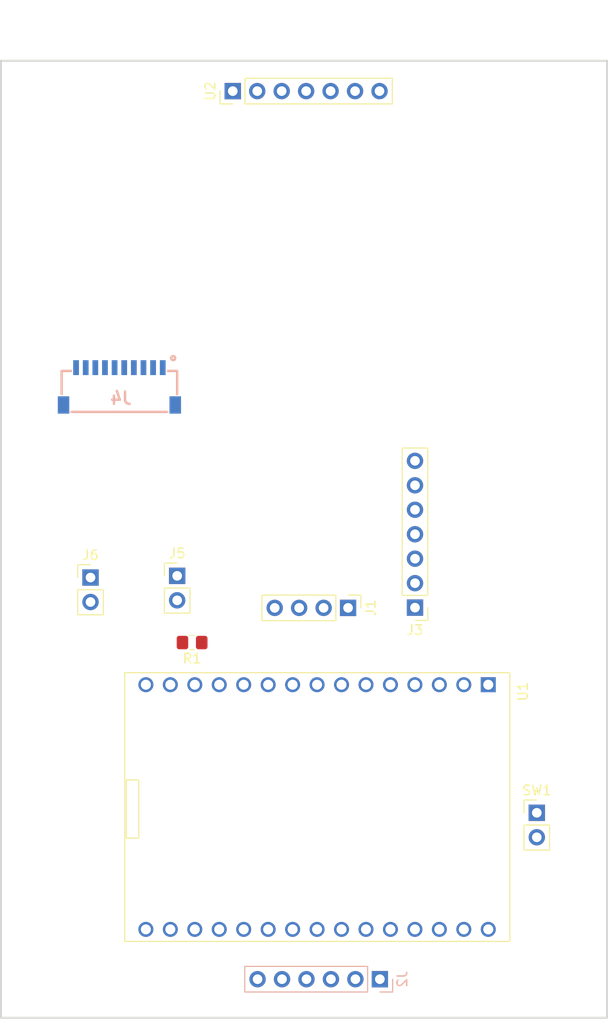
<source format=kicad_pcb>
(kicad_pcb (version 20211014) (generator pcbnew)
  (layers (0 "F.Cu" signal) (31 "B.Cu" signal) (34 "B.Paste" user) (35 "F.Paste" user) (36 "B.SilkS" user "B.Silkscreen") (37 "F.SilkS" user "F.Silkscreen") (38 "B.Mask" user) (39 "F.Mask" user) (44 "Edge.Cuts" user))
  (net 0 "")
  (net 1 "/SCL")
  (net 2 "/SDA")
  (net 3 "GND")
  (net 4 "+3V3")
  (net 5 "/WS")
  (net 6 "/SCK")
  (net 7 "/SD")
  (net 8 "/RO")
  (net 9 "/IRD")
  (net 10 "/INT")
  (net 12 "/5V")
  (net 13 "/DT")
  (net 14 "/3.3V")
  (net 15 "/VLV")
  (net 16 "/PMP")
  (net 18 "Net-(J5-Pad2)")
  (net 19 "/PUSH BUTTON")
  (net 20 "/LED")
  (net 21 "+BATT")
  (net 31 "/DI")
  (net 34 "/DO")
  (net 35 "/RES")
  (net 36 "/DC")
  (net 37 "/CS")
  (footprint "Connector_PinHeader_2.54mm:PinHeader_1x07_P2.54mm_Vertical" (layer "F.Cu") (at 95.875 52.65 90)
    (fp_text reference "U2" (at 0 -2.33 90) (layer "F.SilkS"))
    (fp_text value "SSD1306_OLED_SPI_7PIN")
    (fp_line (start -1.33 1.27) (end -1.33 16.57) (layer "F.SilkS") (width 0.12))
    (fp_line (start -1.33 0) (end -1.33 -1.33) (layer "F.SilkS") (width 0.12))
    (fp_line (start -1.33 1.27) (end 1.33 1.27) (layer "F.SilkS") (width 0.12))
    (fp_line (start 1.33 1.27) (end 1.33 16.57) (layer "F.SilkS") (width 0.12))
    (fp_line (start -1.33 -1.33) (end 0 -1.33) (layer "F.SilkS") (width 0.12))
    (fp_line (start -1.33 16.57) (end 1.33 16.57) (layer "F.SilkS") (width 0.12))
    (pad "1" thru_hole rect (at 0 0 90) (size 1.7 1.7) (drill 1) (layers *.Cu *.Mask) (net 3 "GND"))
    (pad "2" thru_hole oval (at 0 2.54 90) (size 1.7 1.7) (drill 1) (layers *.Cu *.Mask) (net 4 "+3V3"))
    (pad "3" thru_hole oval (at 0 5.08 90) (size 1.7 1.7) (drill 1) (layers *.Cu *.Mask) (net 34 "/DO"))
    (pad "4" thru_hole oval (at 0 7.62 90) (size 1.7 1.7) (drill 1) (layers *.Cu *.Mask) (net 31 "/DI"))
    (pad "5" thru_hole oval (at 0 10.16 90) (size 1.7 1.7) (drill 1) (layers *.Cu *.Mask) (net 35 "/RES"))
    (pad "6" thru_hole oval (at 0 12.7 90) (size 1.7 1.7) (drill 1) (layers *.Cu *.Mask) (net 36 "/DC"))
    (pad "7" thru_hole oval (at 0 15.24 90) (size 1.7 1.7) (drill 1) (layers *.Cu *.Mask) (net 37 "/CS"))
  )
  (footprint "Libraries:MODULE_ESP32-DEVKITC-32D" (layer "F.Cu") (at 102.65 126.9775 -90)
    (fp_text reference "U1" (at -11.9888 -23.3426 -90) (layer "F.SilkS") (effects (font (size 1.000386 1.000386))))
    (fp_text value "ESP32-DEVKITC-32D")
    (fp_line (start 13.95 -22) (end 13.95 18) (layer "F.SilkS") (width 0.127))
    (fp_line (start 13.95 18) (end -13.95 18) (layer "F.SilkS") (width 0.127))
    (fp_line (start -13.95 -22) (end 13.95 -22) (layer "F.SilkS") (width 0.127))
    (fp_line (start -13.95 18) (end -13.95 -22) (layer "F.SilkS") (width 0.127))
    (fp_rect (start -2.8194 17.8308) (end 3.2258 16.5354) (layer "F.SilkS") (width 0.12) (fill none))
    (pad "1" thru_hole rect (at -12.7 -19.76 270) (size 1.56 1.56) (drill 1.04) (layers *.Cu *.Mask))
    (pad "2" thru_hole circle (at -12.7 -17.22 270) (size 1.56 1.56) (drill 1.04) (layers *.Cu *.Mask))
    (pad "3" thru_hole circle (at -12.7 -14.68 270) (size 1.56 1.56) (drill 1.04) (layers *.Cu *.Mask))
    (pad "4" thru_hole circle (at -12.7 -12.14 270) (size 1.56 1.56) (drill 1.04) (layers *.Cu *.Mask) (net 7 "/SD"))
    (pad "5" thru_hole circle (at -12.7 -9.6 270) (size 1.56 1.56) (drill 1.04) (layers *.Cu *.Mask))
    (pad "6" thru_hole circle (at -12.7 -7.06 270) (size 1.56 1.56) (drill 1.04) (layers *.Cu *.Mask))
    (pad "7" thru_hole circle (at -12.7 -4.52 270) (size 1.56 1.56) (drill 1.04) (layers *.Cu *.Mask))
    (pad "8" thru_hole circle (at -12.7 -1.98 270) (size 1.56 1.56) (drill 1.04) (layers *.Cu *.Mask) (net 5 "/WS"))
    (pad "9" thru_hole circle (at -12.7 0.56 270) (size 1.56 1.56) (drill 1.04) (layers *.Cu *.Mask) (net 6 "/SCK"))
    (pad "10" thru_hole circle (at -12.7 3.1 270) (size 1.56 1.56) (drill 1.04) (layers *.Cu *.Mask))
    (pad "11" thru_hole circle (at -12.7 5.64 270) (size 1.56 1.56) (drill 1.04) (layers *.Cu *.Mask))
    (pad "12" thru_hole circle (at -12.7 8.18 270) (size 1.56 1.56) (drill 1.04) (layers *.Cu *.Mask) (net 13 "/DT"))
    (pad "13" thru_hole circle (at -12.7 10.72 270) (size 1.56 1.56) (drill 1.04) (layers *.Cu *.Mask) (net 6 "/SCK"))
    (pad "14" thru_hole circle (at -12.7 13.26 270) (size 1.56 1.56) (drill 1.04) (layers *.Cu *.Mask))
    (pad "15" thru_hole circle (at -12.7 15.8 270) (size 1.56 1.56) (drill 1.04) (layers *.Cu *.Mask) (net 12 "/5V"))
    (pad "16" thru_hole circle (at 12.7 -19.76 270) (size 1.56 1.56) (drill 1.04) (layers *.Cu *.Mask) (net 31 "/DI"))
    (pad "17" thru_hole circle (at 12.7 -17.22 270) (size 1.56 1.56) (drill 1.04) (layers *.Cu *.Mask) (net 1 "/SCL"))
    (pad "18" thru_hole circle (at 12.7 -14.68 270) (size 1.56 1.56) (drill 1.04) (layers *.Cu *.Mask))
    (pad "19" thru_hole circle (at 12.7 -12.14 270) (size 1.56 1.56) (drill 1.04) (layers *.Cu *.Mask))
    (pad "20" thru_hole circle (at 12.7 -9.6 270) (size 1.56 1.56) (drill 1.04) (layers *.Cu *.Mask) (net 2 "/SDA"))
    (pad "21" thru_hole circle (at 12.7 -7.06 270) (size 1.56 1.56) (drill 1.04) (layers *.Cu *.Mask) (net 19 "/PUSH BUTTON"))
    (pad "22" thru_hole circle (at 12.7 -4.52 270) (size 1.56 1.56) (drill 1.04) (layers *.Cu *.Mask) (net 34 "/DO"))
    (pad "23" thru_hole circle (at 12.7 -1.98 270) (size 1.56 1.56) (drill 1.04) (layers *.Cu *.Mask) (net 20 "/LED"))
    (pad "24" thru_hole circle (at 12.7 0.56 270) (size 1.56 1.56) (drill 1.04) (layers *.Cu *.Mask) (net 16 "/PMP"))
    (pad "25" thru_hole circle (at 12.7 3.1 270) (size 1.56 1.56) (drill 1.04) (layers *.Cu *.Mask) (net 15 "/VLV"))
    (pad "26" thru_hole circle (at 12.7 5.64 270) (size 1.56 1.56) (drill 1.04) (layers *.Cu *.Mask) (net 35 "/RES"))
    (pad "27" thru_hole circle (at 12.7 8.18 270) (size 1.56 1.56) (drill 1.04) (layers *.Cu *.Mask) (net 36 "/DC"))
    (pad "28" thru_hole circle (at 12.7 10.72 270) (size 1.56 1.56) (drill 1.04) (layers *.Cu *.Mask) (net 37 "/CS"))
    (pad "29" thru_hole circle (at 12.7 13.26 270) (size 1.56 1.56) (drill 1.04) (layers *.Cu *.Mask))
    (pad "30" thru_hole circle (at 12.7 15.8 270) (size 1.56 1.56) (drill 1.04) (layers *.Cu *.Mask))
  )
  (footprint "Connector_PinHeader_2.54mm:PinHeader_1x04_P2.54mm_Vertical" (layer "F.Cu") (at 107.85 106.3 -90)
    (fp_text reference "J1" (at 0 -2.33 90) (layer "F.SilkS"))
    (fp_text value "Conn_01x04")
    (fp_line (start -1.33 0) (end -1.33 -1.33) (layer "F.SilkS") (width 0.12))
    (fp_line (start -1.33 -1.33) (end 0 -1.33) (layer "F.SilkS") (width 0.12))
    (fp_line (start -1.33 1.27) (end 1.33 1.27) (layer "F.SilkS") (width 0.12))
    (fp_line (start -1.33 8.95) (end 1.33 8.95) (layer "F.SilkS") (width 0.12))
    (fp_line (start 1.33 1.27) (end 1.33 8.95) (layer "F.SilkS") (width 0.12))
    (fp_line (start -1.33 1.27) (end -1.33 8.95) (layer "F.SilkS") (width 0.12))
    (pad "1" thru_hole rect (at 0 0 270) (size 1.7 1.7) (drill 1) (layers *.Cu *.Mask) (net 1 "/SCL"))
    (pad "2" thru_hole oval (at 0 2.54 270) (size 1.7 1.7) (drill 1) (layers *.Cu *.Mask) (net 2 "/SDA"))
    (pad "3" thru_hole oval (at 0 5.08 270) (size 1.7 1.7) (drill 1) (layers *.Cu *.Mask) (net 3 "GND"))
    (pad "4" thru_hole oval (at 0 7.62 270) (size 1.7 1.7) (drill 1) (layers *.Cu *.Mask) (net 4 "+3V3"))
  )
  (footprint "Connector_PinHeader_2.54mm:PinHeader_1x07_P2.54mm_Vertical" (layer "F.Cu") (at 114.8 106.275 180)
    (fp_text reference "J3" (at 0 -2.33) (layer "F.SilkS"))
    (fp_text value "Conn_01x07")
    (fp_line (start -1.33 1.27) (end 1.33 1.27) (layer "F.SilkS") (width 0.12))
    (fp_line (start -1.33 1.27) (end -1.33 16.57) (layer "F.SilkS") (width 0.12))
    (fp_line (start -1.33 -1.33) (end 0 -1.33) (layer "F.SilkS") (width 0.12))
    (fp_line (start -1.33 0) (end -1.33 -1.33) (layer "F.SilkS") (width 0.12))
    (fp_line (start 1.33 1.27) (end 1.33 16.57) (layer "F.SilkS") (width 0.12))
    (fp_line (start -1.33 16.57) (end 1.33 16.57) (layer "F.SilkS") (width 0.12))
    (pad "1" thru_hole rect (at 0 0 180) (size 1.7 1.7) (drill 1) (layers *.Cu *.Mask) (net 3 "GND"))
    (pad "2" thru_hole oval (at 0 2.54 180) (size 1.7 1.7) (drill 1) (layers *.Cu *.Mask) (net 8 "/RO"))
    (pad "3" thru_hole oval (at 0 5.08 180) (size 1.7 1.7) (drill 1) (layers *.Cu *.Mask) (net 9 "/IRD"))
    (pad "4" thru_hole oval (at 0 7.62 180) (size 1.7 1.7) (drill 1) (layers *.Cu *.Mask) (net 10 "/INT"))
    (pad "5" thru_hole oval (at 0 10.16 180) (size 1.7 1.7) (drill 1) (layers *.Cu *.Mask) (net 2 "/SDA"))
    (pad "6" thru_hole oval (at 0 12.7 180) (size 1.7 1.7) (drill 1) (layers *.Cu *.Mask) (net 1 "/SCL"))
    (pad "7" thru_hole oval (at 0 15.24 180) (size 1.7 1.7) (drill 1) (layers *.Cu *.Mask) (net 4 "+3V3"))
  )
  (footprint "Connector_PinHeader_2.54mm:PinHeader_1x02_P2.54mm_Vertical" (layer "F.Cu") (at 81.1 103.15)
    (fp_text reference "J6" (at 0 -2.33) (layer "F.SilkS"))
    (fp_text value "Conn_01x02")
    (fp_line (start -1.33 0) (end -1.33 -1.33) (layer "F.SilkS") (width 0.12))
    (fp_line (start -1.33 -1.33) (end 0 -1.33) (layer "F.SilkS") (width 0.12))
    (fp_line (start -1.33 1.27) (end 1.33 1.27) (layer "F.SilkS") (width 0.12))
    (fp_line (start 1.33 1.27) (end 1.33 3.87) (layer "F.SilkS") (width 0.12))
    (fp_line (start -1.33 1.27) (end -1.33 3.87) (layer "F.SilkS") (width 0.12))
    (fp_line (start -1.33 3.87) (end 1.33 3.87) (layer "F.SilkS") (width 0.12))
    (pad "1" thru_hole rect (at 0 0) (size 1.7 1.7) (drill 1) (layers *.Cu *.Mask) (net 3 "GND"))
    (pad "2" thru_hole oval (at 0 2.54) (size 1.7 1.7) (drill 1) (layers *.Cu *.Mask) (net 19 "/PUSH BUTTON"))
  )
  (footprint "Connector_PinHeader_2.54mm:PinHeader_1x02_P2.54mm_Vertical" (layer "F.Cu") (at 90.1 102.975)
    (fp_text reference "J5" (at 0 -2.33) (layer "F.SilkS"))
    (fp_text value "Conn_01x02")
    (fp_line (start 1.33 1.27) (end 1.33 3.87) (layer "F.SilkS") (width 0.12))
    (fp_line (start -1.33 1.27) (end -1.33 3.87) (layer "F.SilkS") (width 0.12))
    (fp_line (start -1.33 1.27) (end 1.33 1.27) (layer "F.SilkS") (width 0.12))
    (fp_line (start -1.33 0) (end -1.33 -1.33) (layer "F.SilkS") (width 0.12))
    (fp_line (start -1.33 3.87) (end 1.33 3.87) (layer "F.SilkS") (width 0.12))
    (fp_line (start -1.33 -1.33) (end 0 -1.33) (layer "F.SilkS") (width 0.12))
    (pad "1" thru_hole rect (at 0 0) (size 1.7 1.7) (drill 1) (layers *.Cu *.Mask) (net 3 "GND"))
    (pad "2" thru_hole oval (at 0 2.54) (size 1.7 1.7) (drill 1) (layers *.Cu *.Mask) (net 18 "Net-(J5-Pad2)"))
  )
  (footprint "Resistor_SMD:R_0805_2012Metric_Pad1.20x1.40mm_HandSolder" (layer "F.Cu") (at 91.65 109.9 180)
    (fp_text reference "R1" (at 0 -1.65) (layer "F.SilkS"))
    (fp_text value "330")
    (fp_line (start -0.227064 0.735) (end 0.227064 0.735) (layer "F.SilkS") (width 0.12))
    (fp_line (start -0.227064 -0.735) (end 0.227064 -0.735) (layer "F.SilkS") (width 0.12))
    (pad "1" smd roundrect (at -1 0 180) (size 1.2 1.4) (layers "F.Cu" "F.Paste" "F.Mask") (roundrect_rratio 0.208333) (net 20 "/LED"))
    (pad "2" smd roundrect (at 1 0 180) (size 1.2 1.4) (layers "F.Cu" "F.Paste" "F.Mask") (roundrect_rratio 0.208333) (net 18 "Net-(J5-Pad2)"))
  )
  (footprint "Connector_PinHeader_2.54mm:PinHeader_1x02_P2.54mm_Vertical" (layer "F.Cu") (at 127.45 127.575)
    (fp_text reference "SW1" (at 0 -2.33) (layer "F.SilkS"))
    (fp_text value "SW_SPDT")
    (fp_line (start -1.33 0) (end -1.33 -1.33) (layer "F.SilkS") (width 0.12))
    (fp_line (start -1.33 1.27) (end -1.33 3.87) (layer "F.SilkS") (width 0.12))
    (fp_line (start 1.33 1.27) (end 1.33 3.87) (layer "F.SilkS") (width 0.12))
    (fp_line (start -1.33 1.27) (end 1.33 1.27) (layer "F.SilkS") (width 0.12))
    (fp_line (start -1.33 -1.33) (end 0 -1.33) (layer "F.SilkS") (width 0.12))
    (fp_line (start -1.33 3.87) (end 1.33 3.87) (layer "F.SilkS") (width 0.12))
    (pad "1" thru_hole rect (at 0 0) (size 1.7 1.7) (drill 1) (layers *.Cu *.Mask) (net 21 "+BATT"))
    (pad "3" thru_hole oval (at 0 2.54) (size 1.7 1.7) (drill 1) (layers *.Cu *.Mask) (net 12 "/5V"))
  )
  (footprint "Connector_PinHeader_2.54mm:PinHeader_1x06_P2.54mm_Vertical" (layer "B.Cu") (at 111.15 144.85 90)
    (fp_text reference "J2" (at 0 2.33 90) (layer "B.SilkS") (effects (justify mirror)))
    (fp_text value "Conn_01x06")
    (fp_line (start -1.33 -1.27) (end 1.33 -1.27) (layer "B.SilkS") (width 0.12))
    (fp_line (start -1.33 -1.27) (end -1.33 -14.03) (layer "B.SilkS") (width 0.12))
    (fp_line (start -1.33 1.33) (end 0 1.33) (layer "B.SilkS") (width 0.12))
    (fp_line (start 1.33 -1.27) (end 1.33 -14.03) (layer "B.SilkS") (width 0.12))
    (fp_line (start -1.33 -14.03) (end 1.33 -14.03) (layer "B.SilkS") (width 0.12))
    (fp_line (start -1.33 0) (end -1.33 1.33) (layer "B.SilkS") (width 0.12))
    (pad "1" thru_hole rect (at 0 0 90) (size 1.7 1.7) (drill 1) (layers *.Cu *.Mask) (net 3 "GND"))
    (pad "2" thru_hole oval (at 0 -2.54 90) (size 1.7 1.7) (drill 1) (layers *.Cu *.Mask) (net 5 "/WS"))
    (pad "3" thru_hole oval (at 0 -5.08 90) (size 1.7 1.7) (drill 1) (layers *.Cu *.Mask) (net 6 "/SCK"))
    (pad "4" thru_hole oval (at 0 -7.62 90) (size 1.7 1.7) (drill 1) (layers *.Cu *.Mask) (net 7 "/SD"))
    (pad "5" thru_hole oval (at 0 -10.16 90) (size 1.7 1.7) (drill 1) (layers *.Cu *.Mask) (net 4 "+3V3"))
    (pad "6" thru_hole oval (at 0 -12.7 90) (size 1.7 1.7) (drill 1) (layers *.Cu *.Mask) (net 3 "GND"))
  )
  (footprint "Libraries:SM10B-SRSS-TB" (layer "B.Cu") (at 90.1 81.701455 180)
    (fp_text reference "J4" (at 5.839 -2.834) (layer "B.SilkS") (effects (font (size 1.27 1.27) (thickness 0.254)) (justify mirror)))
    (fp_text value "BM10B-SRSS-TBLFSN" hide)
    (fp_line (start 6 -4.25) (end 1.024 -4.25) (layer "B.SilkS") (width 0.254))
    (fp_line (start 0 0) (end 0.982 0) (layer "B.SilkS") (width 0.254))
    (fp_line (start 6 -4.25) (end 10.993 -4.25) (layer "B.SilkS") (width 0.254))
    (fp_line (start 0 0) (end 0 -2.423) (layer "B.SilkS") (width 0.254))
    (fp_line (start 12 0) (end 12 -2.423) (layer "B.SilkS") (width 0.254))
    (fp_line (start 12 0) (end 11.022 0) (layer "B.SilkS") (width 0.254))
    (fp_circle (center 0.415 1.329) (end 0.415 1.24909) (layer "B.SilkS") (width 0.254) (fill none))
    (pad "1" smd rect locked (at 1.5 0.342 180) (size 0.6 1.55) (layers "B.Cu" "B.Paste" "B.Mask"))
    (pad "2" smd rect locked (at 2.5 0.342 180) (size 0.6 1.55) (layers "B.Cu" "B.Paste" "B.Mask") (net 12 "/5V"))
    (pad "3" smd rect locked (at 3.5 0.342 180) (size 0.6 1.55) (layers "B.Cu" "B.Paste" "B.Mask") (net 3 "GND"))
    (pad "4" smd rect locked (at 4.5 0.342 180) (size 0.6 1.55) (layers "B.Cu" "B.Paste" "B.Mask") (net 3 "GND"))
    (pad "5" smd rect locked (at 5.5 0.342 180) (size 0.6 1.55) (layers "B.Cu" "B.Paste" "B.Mask") (net 13 "/DT"))
    (pad "6" smd rect locked (at 6.5 0.342 180) (size 0.6 1.55) (layers "B.Cu" "B.Paste" "B.Mask") (net 6 "/SCK"))
    (pad "7" smd rect locked (at 7.5 0.342 180) (size 0.6 1.55) (layers "B.Cu" "B.Paste" "B.Mask") (net 14 "/3.3V"))
    (pad "8" smd rect locked (at 8.5 0.342 180) (size 0.6 1.55) (layers "B.Cu" "B.Paste" "B.Mask") (net 15 "/VLV"))
    (pad "9" smd rect locked (at 9.5 0.342 180) (size 0.6 1.55) (layers "B.Cu" "B.Paste" "B.Mask") (net 16 "/PMP"))
    (pad "10" smd rect locked (at 10.5 0.342 180) (size 0.6 1.55) (layers "B.Cu" "B.Paste" "B.Mask"))
    (pad "11" smd rect locked (at 0.2 -3.533 180) (size 1.2 1.8) (layers "B.Cu" "B.Paste" "B.Mask"))
    (pad "12" smd rect locked (at 11.8 -3.533 180) (size 1.2 1.8) (layers "B.Cu" "B.Paste" "B.Mask"))
  )
  (gr_rect (start 71.8 49.5) (end 134.75 148.85) (layer "Edge.Cuts") (width 0.2) (fill none))
)
</source>
